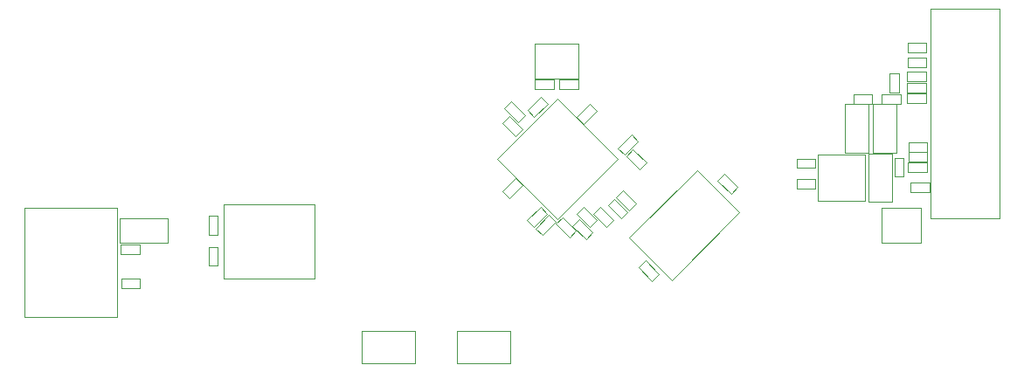
<source format=gbr>
%TF.GenerationSoftware,KiCad,Pcbnew,9.0.1*%
%TF.CreationDate,2025-10-31T20:13:03-04:00*%
%TF.ProjectId,arcus,61726375-732e-46b6-9963-61645f706362,2025-10-31*%
%TF.SameCoordinates,Original*%
%TF.FileFunction,Other,User*%
%FSLAX46Y46*%
G04 Gerber Fmt 4.6, Leading zero omitted, Abs format (unit mm)*
G04 Created by KiCad (PCBNEW 9.0.1) date 2025-10-31 20:13:03*
%MOMM*%
%LPD*%
G01*
G04 APERTURE LIST*
%ADD10C,0.050000*%
G04 APERTURE END LIST*
D10*
%TO.C,D7*%
X174050000Y-77650000D02*
X171750000Y-77650000D01*
X174050000Y-77650000D02*
X174050000Y-82350000D01*
X174050000Y-82350000D02*
X171750000Y-82350000D01*
X171750000Y-82350000D02*
X171750000Y-77650000D01*
%TO.C,D6*%
X171312742Y-87150000D02*
X173612742Y-87150000D01*
X171312742Y-87150000D02*
X171312742Y-82450000D01*
X171312742Y-82450000D02*
X173612742Y-82450000D01*
X173612742Y-82450000D02*
X173612742Y-87150000D01*
%TO.C,D5*%
X168987258Y-82350000D02*
X171287258Y-82350000D01*
X168987258Y-82350000D02*
X168987258Y-77650000D01*
X168987258Y-77650000D02*
X171287258Y-77650000D01*
X171287258Y-77650000D02*
X171287258Y-82350000D01*
%TO.C,D1*%
X103405000Y-91070000D02*
X103405000Y-88770000D01*
X103405000Y-91070000D02*
X98705000Y-91070000D01*
X98705000Y-91070000D02*
X98705000Y-88770000D01*
X98705000Y-88770000D02*
X103405000Y-88770000D01*
%TO.C,C7*%
X166172742Y-85860000D02*
X164352742Y-85860000D01*
X166172742Y-84940000D02*
X166172742Y-85860000D01*
X164352742Y-85860000D02*
X164352742Y-84940000D01*
X164352742Y-84940000D02*
X166172742Y-84940000D01*
%TO.C,C6*%
X174260000Y-74690000D02*
X174260000Y-76510000D01*
X173340000Y-74690000D02*
X174260000Y-74690000D01*
X174260000Y-76510000D02*
X173340000Y-76510000D01*
X173340000Y-76510000D02*
X173340000Y-74690000D01*
%TO.C,C26*%
X140781142Y-75283223D02*
X140781142Y-76203223D01*
X140781142Y-76203223D02*
X138961142Y-76203223D01*
X138961142Y-75283223D02*
X140781142Y-75283223D01*
X138961142Y-76203223D02*
X138961142Y-75283223D01*
%TO.C,R1*%
X144610051Y-88274731D02*
X145274731Y-87610051D01*
X145274731Y-87610051D02*
X146589949Y-88925269D01*
X145925269Y-89589949D02*
X144610051Y-88274731D01*
X146589949Y-88925269D02*
X145925269Y-89589949D01*
%TO.C,R11*%
X175132742Y-83330000D02*
X176992742Y-83330000D01*
X175132742Y-84270000D02*
X175132742Y-83330000D01*
X176992742Y-83330000D02*
X176992742Y-84270000D01*
X176992742Y-84270000D02*
X175132742Y-84270000D01*
%TO.C,C8*%
X175152742Y-82340000D02*
X176972742Y-82340000D01*
X175152742Y-83260000D02*
X175152742Y-82340000D01*
X176972742Y-82340000D02*
X176972742Y-83260000D01*
X176972742Y-83260000D02*
X175152742Y-83260000D01*
%TO.C,C28*%
X175027258Y-75640000D02*
X176847258Y-75640000D01*
X175027258Y-76560000D02*
X175027258Y-75640000D01*
X176847258Y-75640000D02*
X176847258Y-76560000D01*
X176847258Y-76560000D02*
X175027258Y-76560000D01*
%TO.C,L2*%
X166362742Y-82550000D02*
X166362742Y-87050000D01*
X166362742Y-87050000D02*
X170962742Y-87050000D01*
X170962742Y-82550000D02*
X166362742Y-82550000D01*
X170962742Y-87050000D02*
X170962742Y-82550000D01*
%TO.C,C22*%
X135831264Y-79481802D02*
X136481802Y-78831264D01*
X136481802Y-78831264D02*
X137768736Y-80118198D01*
X137118198Y-80768736D02*
X135831264Y-79481802D01*
X137768736Y-80118198D02*
X137118198Y-80768736D01*
%TO.C,SW1*%
X122200000Y-99650000D02*
X127400000Y-99650000D01*
X127400000Y-102750000D01*
X122200000Y-102750000D01*
X122200000Y-99650000D01*
%TO.C,C27*%
X173802742Y-82890000D02*
X174722742Y-82890000D01*
X173802742Y-84710000D02*
X173802742Y-82890000D01*
X174722742Y-82890000D02*
X174722742Y-84710000D01*
X174722742Y-84710000D02*
X173802742Y-84710000D01*
%TO.C,SW2*%
X131400000Y-99650000D02*
X136600000Y-99650000D01*
X136600000Y-102750000D01*
X131400000Y-102750000D01*
X131400000Y-99650000D01*
%TO.C,C25*%
X143161142Y-75283223D02*
X143161142Y-76203223D01*
X143161142Y-76203223D02*
X141341142Y-76203223D01*
X141341142Y-75283223D02*
X143161142Y-75283223D01*
X141341142Y-76203223D02*
X141341142Y-75283223D01*
%TO.C,U3*%
X108800000Y-87400000D02*
X108800000Y-94600000D01*
X108800000Y-94600000D02*
X117600000Y-94600000D01*
X117600000Y-87400000D02*
X108800000Y-87400000D01*
X117600000Y-94600000D02*
X117600000Y-87400000D01*
%TO.C,J2*%
X98470000Y-87680000D02*
X89530000Y-87680000D01*
X89530000Y-98320000D01*
X98470000Y-98320000D01*
X98470000Y-87680000D01*
%TO.C,C13*%
X138231264Y-88918198D02*
X139518198Y-87631264D01*
X138881802Y-89568736D02*
X138231264Y-88918198D01*
X139518198Y-87631264D02*
X140168736Y-88281802D01*
X140168736Y-88281802D02*
X138881802Y-89568736D01*
%TO.C,R7*%
X136010051Y-78074731D02*
X136674731Y-77410051D01*
X136674731Y-77410051D02*
X137989949Y-78725269D01*
X137325269Y-79389949D02*
X136010051Y-78074731D01*
X137989949Y-78725269D02*
X137325269Y-79389949D01*
%TO.C,C1*%
X175090000Y-71740000D02*
X176910000Y-71740000D01*
X175090000Y-72660000D02*
X175090000Y-71740000D01*
X176910000Y-71740000D02*
X176910000Y-72660000D01*
X176910000Y-72660000D02*
X175090000Y-72660000D01*
%TO.C,C29*%
X164352742Y-82940000D02*
X166172742Y-82940000D01*
X164352742Y-83860000D02*
X164352742Y-82940000D01*
X166172742Y-82940000D02*
X166172742Y-83860000D01*
X166172742Y-83860000D02*
X164352742Y-83860000D01*
%TO.C,C17*%
X141031264Y-89281802D02*
X141681802Y-88631264D01*
X141681802Y-88631264D02*
X142968736Y-89918198D01*
X142318198Y-90568736D02*
X141031264Y-89281802D01*
X142968736Y-89918198D02*
X142318198Y-90568736D01*
%TO.C,U4*%
X158801398Y-88162563D02*
X152225305Y-94738656D01*
X148124086Y-90637437D01*
X154700179Y-84061344D01*
X158801398Y-88162563D01*
%TO.C,C3*%
X172590000Y-76740000D02*
X174410000Y-76740000D01*
X172590000Y-77660000D02*
X172590000Y-76740000D01*
X174410000Y-76740000D02*
X174410000Y-77660000D01*
X174410000Y-77660000D02*
X172590000Y-77660000D01*
%TO.C,R6*%
X138240051Y-78255269D02*
X139555269Y-76940051D01*
X138904731Y-78919949D02*
X138240051Y-78255269D01*
X139555269Y-76940051D02*
X140219949Y-77604731D01*
X140219949Y-77604731D02*
X138904731Y-78919949D01*
%TO.C,Q3*%
X176382742Y-91100000D02*
X172542742Y-91100000D01*
X172542742Y-87700000D01*
X176382742Y-87700000D01*
X176382742Y-91100000D01*
%TO.C,R5*%
X149010051Y-93474731D02*
X149674731Y-92810051D01*
X149674731Y-92810051D02*
X150989949Y-94125269D01*
X150325269Y-94789949D02*
X149010051Y-93474731D01*
X150989949Y-94125269D02*
X150325269Y-94789949D01*
%TO.C,R10*%
X175370000Y-85230000D02*
X177230000Y-85230000D01*
X175370000Y-86170000D02*
X175370000Y-85230000D01*
X177230000Y-85230000D02*
X177230000Y-86170000D01*
X177230000Y-86170000D02*
X175370000Y-86170000D01*
%TO.C,C4*%
X175027258Y-74540000D02*
X176847258Y-74540000D01*
X175027258Y-75460000D02*
X175027258Y-74540000D01*
X176847258Y-74540000D02*
X176847258Y-75460000D01*
X176847258Y-75460000D02*
X175027258Y-75460000D01*
%TO.C,C21*%
X142631264Y-89481802D02*
X143281802Y-88831264D01*
X143281802Y-88831264D02*
X144568736Y-90118198D01*
X143918198Y-90768736D02*
X142631264Y-89481802D01*
X144568736Y-90118198D02*
X143918198Y-90768736D01*
%TO.C,C11*%
X107340000Y-88490000D02*
X108260000Y-88490000D01*
X107340000Y-90310000D02*
X107340000Y-88490000D01*
X108260000Y-88490000D02*
X108260000Y-90310000D01*
X108260000Y-90310000D02*
X107340000Y-90310000D01*
%TO.C,C9*%
X175152742Y-81340000D02*
X176972742Y-81340000D01*
X175152742Y-82260000D02*
X175152742Y-81340000D01*
X176972742Y-81340000D02*
X176972742Y-82260000D01*
X176972742Y-82260000D02*
X175152742Y-82260000D01*
%TO.C,C16*%
X146031264Y-87481802D02*
X146681802Y-86831264D01*
X146681802Y-86831264D02*
X147968736Y-88118198D01*
X147318198Y-88768736D02*
X146031264Y-87481802D01*
X147968736Y-88118198D02*
X147318198Y-88768736D01*
%TO.C,R3*%
X98855000Y-91250000D02*
X100715000Y-91250000D01*
X98855000Y-92190000D02*
X98855000Y-91250000D01*
X100715000Y-91250000D02*
X100715000Y-92190000D01*
X100715000Y-92190000D02*
X98855000Y-92190000D01*
%TO.C,C20*%
X135831264Y-86118198D02*
X137118198Y-84831264D01*
X136481802Y-86768736D02*
X135831264Y-86118198D01*
X137118198Y-84831264D02*
X137768736Y-85481802D01*
X137768736Y-85481802D02*
X136481802Y-86768736D01*
%TO.C,C18*%
X143031264Y-78918198D02*
X144318198Y-77631264D01*
X143681802Y-79568736D02*
X143031264Y-78918198D01*
X144318198Y-77631264D02*
X144968736Y-78281802D01*
X144968736Y-78281802D02*
X143681802Y-79568736D01*
%TO.C,C5*%
X175027258Y-76640000D02*
X176847258Y-76640000D01*
X175027258Y-77560000D02*
X175027258Y-76640000D01*
X176847258Y-76640000D02*
X176847258Y-77560000D01*
X176847258Y-77560000D02*
X175027258Y-77560000D01*
%TO.C,U1*%
X177312742Y-88750000D02*
X184012742Y-88750000D01*
X184012742Y-68450000D01*
X177312742Y-68450000D01*
X177312742Y-88750000D01*
%TO.C,C19*%
X139031264Y-89718198D02*
X140318198Y-88431264D01*
X139681802Y-90368736D02*
X139031264Y-89718198D01*
X140318198Y-88431264D02*
X140968736Y-89081802D01*
X140968736Y-89081802D02*
X139681802Y-90368736D01*
%TO.C,R2*%
X143010051Y-88274731D02*
X143674731Y-87610051D01*
X143674731Y-87610051D02*
X144989949Y-88925269D01*
X144325269Y-89589949D02*
X143010051Y-88274731D01*
X144989949Y-88925269D02*
X144325269Y-89589949D01*
%TO.C,C15*%
X147031264Y-81918198D02*
X148318198Y-80631264D01*
X147681802Y-82568736D02*
X147031264Y-81918198D01*
X148318198Y-80631264D02*
X148968736Y-81281802D01*
X148968736Y-81281802D02*
X147681802Y-82568736D01*
%TO.C,C23*%
X146831264Y-86681802D02*
X147481802Y-86031264D01*
X147481802Y-86031264D02*
X148768736Y-87318198D01*
X148118198Y-87968736D02*
X146831264Y-86681802D01*
X148768736Y-87318198D02*
X148118198Y-87968736D01*
%TO.C,C2*%
X175090000Y-73140000D02*
X176910000Y-73140000D01*
X175090000Y-74060000D02*
X175090000Y-73140000D01*
X176910000Y-73140000D02*
X176910000Y-74060000D01*
X176910000Y-74060000D02*
X175090000Y-74060000D01*
%TO.C,R4*%
X98870000Y-94550000D02*
X100730000Y-94550000D01*
X98870000Y-95490000D02*
X98870000Y-94550000D01*
X100730000Y-94550000D02*
X100730000Y-95490000D01*
X100730000Y-95490000D02*
X98870000Y-95490000D01*
%TO.C,C10*%
X169827258Y-76740000D02*
X171647258Y-76740000D01*
X169827258Y-77660000D02*
X169827258Y-76740000D01*
X171647258Y-76740000D02*
X171647258Y-77660000D01*
X171647258Y-77660000D02*
X169827258Y-77660000D01*
%TO.C,Y1*%
X138960000Y-75210000D02*
X143160000Y-75210000D01*
X138960000Y-71810000D02*
X138960000Y-75210000D01*
X143160000Y-75210000D02*
X143160000Y-71810000D01*
X143160000Y-71810000D02*
X138960000Y-71810000D01*
%TO.C,C24*%
X156694006Y-85081802D02*
X157344544Y-84431264D01*
X157344544Y-84431264D02*
X158631478Y-85718198D01*
X157980940Y-86368736D02*
X156694006Y-85081802D01*
X158631478Y-85718198D02*
X157980940Y-86368736D01*
%TO.C,U2*%
X146972073Y-83000000D02*
X141131371Y-88840702D01*
X135290669Y-83000000D01*
X141131371Y-77159298D01*
X146972073Y-83000000D01*
%TO.C,C14*%
X147831264Y-82681802D02*
X148481802Y-82031264D01*
X148481802Y-82031264D02*
X149768736Y-83318198D01*
X149118198Y-83968736D02*
X147831264Y-82681802D01*
X149768736Y-83318198D02*
X149118198Y-83968736D01*
%TO.C,C12*%
X107340000Y-91490000D02*
X108260000Y-91490000D01*
X107340000Y-93310000D02*
X107340000Y-91490000D01*
X108260000Y-91490000D02*
X108260000Y-93310000D01*
X108260000Y-93310000D02*
X107340000Y-93310000D01*
%TD*%
M02*

</source>
